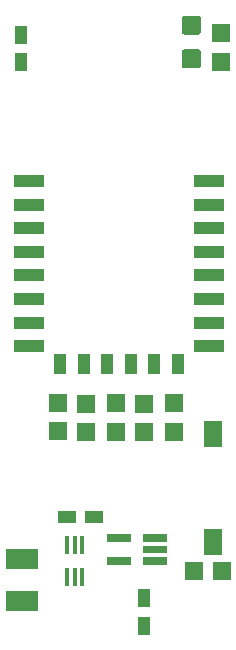
<source format=gbr>
G04 #@! TF.GenerationSoftware,KiCad,Pcbnew,(5.1.5)-1*
G04 #@! TF.CreationDate,2021-02-19T11:30:45+01:00*
G04 #@! TF.ProjectId,button - AAA,62757474-6f6e-4202-9d20-4141412e6b69,rev?*
G04 #@! TF.SameCoordinates,Original*
G04 #@! TF.FileFunction,Paste,Top*
G04 #@! TF.FilePolarity,Positive*
%FSLAX46Y46*%
G04 Gerber Fmt 4.6, Leading zero omitted, Abs format (unit mm)*
G04 Created by KiCad (PCBNEW (5.1.5)-1) date 2021-02-19 11:30:45*
%MOMM*%
%LPD*%
G04 APERTURE LIST*
%ADD10R,2.794000X1.778000*%
%ADD11R,2.000000X0.650000*%
%ADD12C,0.100000*%
%ADD13R,1.500000X1.500000*%
%ADD14R,2.500000X1.000000*%
%ADD15R,1.000000X1.800000*%
%ADD16R,0.400000X1.500000*%
%ADD17R,1.600000X2.180000*%
%ADD18R,1.500000X1.100000*%
%ADD19R,1.100000X1.500000*%
G04 APERTURE END LIST*
D10*
X118750000Y-109798000D03*
X118750000Y-106242000D03*
D11*
X126950000Y-106380000D03*
X126950000Y-104480000D03*
X130000000Y-104480000D03*
D12*
G36*
X131000000Y-105105000D02*
G01*
X131000000Y-105755000D01*
X129000000Y-105755000D01*
X129000000Y-105105000D01*
X131000000Y-105105000D01*
G37*
D11*
X130000000Y-106380000D03*
D13*
X133270000Y-107250000D03*
X135670000Y-107250000D03*
D12*
G36*
X133669504Y-63096204D02*
G01*
X133693773Y-63099804D01*
X133717571Y-63105765D01*
X133740671Y-63114030D01*
X133762849Y-63124520D01*
X133783893Y-63137133D01*
X133803598Y-63151747D01*
X133821777Y-63168223D01*
X133838253Y-63186402D01*
X133852867Y-63206107D01*
X133865480Y-63227151D01*
X133875970Y-63249329D01*
X133884235Y-63272429D01*
X133890196Y-63296227D01*
X133893796Y-63320496D01*
X133895000Y-63345000D01*
X133895000Y-64445000D01*
X133893796Y-64469504D01*
X133890196Y-64493773D01*
X133884235Y-64517571D01*
X133875970Y-64540671D01*
X133865480Y-64562849D01*
X133852867Y-64583893D01*
X133838253Y-64603598D01*
X133821777Y-64621777D01*
X133803598Y-64638253D01*
X133783893Y-64652867D01*
X133762849Y-64665480D01*
X133740671Y-64675970D01*
X133717571Y-64684235D01*
X133693773Y-64690196D01*
X133669504Y-64693796D01*
X133645000Y-64695000D01*
X132495000Y-64695000D01*
X132470496Y-64693796D01*
X132446227Y-64690196D01*
X132422429Y-64684235D01*
X132399329Y-64675970D01*
X132377151Y-64665480D01*
X132356107Y-64652867D01*
X132336402Y-64638253D01*
X132318223Y-64621777D01*
X132301747Y-64603598D01*
X132287133Y-64583893D01*
X132274520Y-64562849D01*
X132264030Y-64540671D01*
X132255765Y-64517571D01*
X132249804Y-64493773D01*
X132246204Y-64469504D01*
X132245000Y-64445000D01*
X132245000Y-63345000D01*
X132246204Y-63320496D01*
X132249804Y-63296227D01*
X132255765Y-63272429D01*
X132264030Y-63249329D01*
X132274520Y-63227151D01*
X132287133Y-63206107D01*
X132301747Y-63186402D01*
X132318223Y-63168223D01*
X132336402Y-63151747D01*
X132356107Y-63137133D01*
X132377151Y-63124520D01*
X132399329Y-63114030D01*
X132422429Y-63105765D01*
X132446227Y-63099804D01*
X132470496Y-63096204D01*
X132495000Y-63095000D01*
X133645000Y-63095000D01*
X133669504Y-63096204D01*
G37*
G36*
X133669504Y-60246204D02*
G01*
X133693773Y-60249804D01*
X133717571Y-60255765D01*
X133740671Y-60264030D01*
X133762849Y-60274520D01*
X133783893Y-60287133D01*
X133803598Y-60301747D01*
X133821777Y-60318223D01*
X133838253Y-60336402D01*
X133852867Y-60356107D01*
X133865480Y-60377151D01*
X133875970Y-60399329D01*
X133884235Y-60422429D01*
X133890196Y-60446227D01*
X133893796Y-60470496D01*
X133895000Y-60495000D01*
X133895000Y-61595000D01*
X133893796Y-61619504D01*
X133890196Y-61643773D01*
X133884235Y-61667571D01*
X133875970Y-61690671D01*
X133865480Y-61712849D01*
X133852867Y-61733893D01*
X133838253Y-61753598D01*
X133821777Y-61771777D01*
X133803598Y-61788253D01*
X133783893Y-61802867D01*
X133762849Y-61815480D01*
X133740671Y-61825970D01*
X133717571Y-61834235D01*
X133693773Y-61840196D01*
X133669504Y-61843796D01*
X133645000Y-61845000D01*
X132495000Y-61845000D01*
X132470496Y-61843796D01*
X132446227Y-61840196D01*
X132422429Y-61834235D01*
X132399329Y-61825970D01*
X132377151Y-61815480D01*
X132356107Y-61802867D01*
X132336402Y-61788253D01*
X132318223Y-61771777D01*
X132301747Y-61753598D01*
X132287133Y-61733893D01*
X132274520Y-61712849D01*
X132264030Y-61690671D01*
X132255765Y-61667571D01*
X132249804Y-61643773D01*
X132246204Y-61619504D01*
X132245000Y-61595000D01*
X132245000Y-60495000D01*
X132246204Y-60470496D01*
X132249804Y-60446227D01*
X132255765Y-60422429D01*
X132264030Y-60399329D01*
X132274520Y-60377151D01*
X132287133Y-60356107D01*
X132301747Y-60336402D01*
X132318223Y-60318223D01*
X132336402Y-60301747D01*
X132356107Y-60287133D01*
X132377151Y-60274520D01*
X132399329Y-60264030D01*
X132422429Y-60255765D01*
X132446227Y-60249804D01*
X132470496Y-60246204D01*
X132495000Y-60245000D01*
X133645000Y-60245000D01*
X133669504Y-60246204D01*
G37*
D14*
X134550000Y-74240000D03*
X134550000Y-76240000D03*
X134550000Y-78240000D03*
X134550000Y-80240000D03*
X134550000Y-82240000D03*
X134550000Y-84240000D03*
X134550000Y-86240000D03*
X134550000Y-88240000D03*
D15*
X131950000Y-89740000D03*
X129950000Y-89740000D03*
X127950000Y-89740000D03*
X125950000Y-89740000D03*
X123950000Y-89740000D03*
X121950000Y-89740000D03*
D14*
X119350000Y-88240000D03*
X119350000Y-86240000D03*
X119350000Y-84240000D03*
X119350000Y-82240000D03*
X119350000Y-80240000D03*
X119350000Y-78240000D03*
X119350000Y-76240000D03*
X119350000Y-74240000D03*
D16*
X122560000Y-107750000D03*
X123210000Y-107750000D03*
X123860000Y-107750000D03*
X123860000Y-105090000D03*
X123210000Y-105090000D03*
X122560000Y-105090000D03*
D17*
X134950000Y-95630000D03*
X134950000Y-104810000D03*
D13*
X135620000Y-61750000D03*
X135620000Y-64150000D03*
X126710000Y-93080000D03*
X126710000Y-95480000D03*
X131610000Y-93070000D03*
X131610000Y-95470000D03*
X124190000Y-93090000D03*
X124190000Y-95490000D03*
X129080000Y-93090000D03*
X129080000Y-95490000D03*
X121790000Y-93010000D03*
X121790000Y-95410000D03*
D18*
X122550000Y-102660000D03*
X124850000Y-102660000D03*
D19*
X118670000Y-64150000D03*
X118670000Y-61850000D03*
X129030000Y-109590000D03*
X129030000Y-111890000D03*
M02*

</source>
